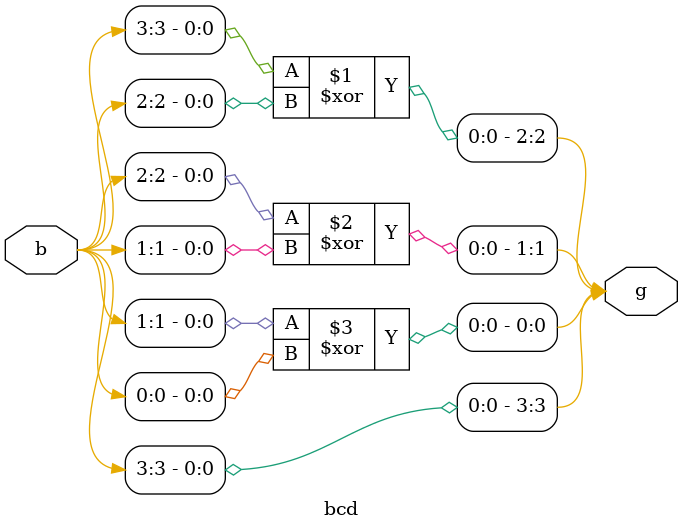
<source format=v>
module bcd(b,g);
 input [3:0] b;
 output [3:0] g;
assign g[3]=b[3];
assign g[2]=b[3]^b[2];
assign g[1]=b[2]^b[1];
assign g[0]=b[1]^b[0];
endmodule
</source>
